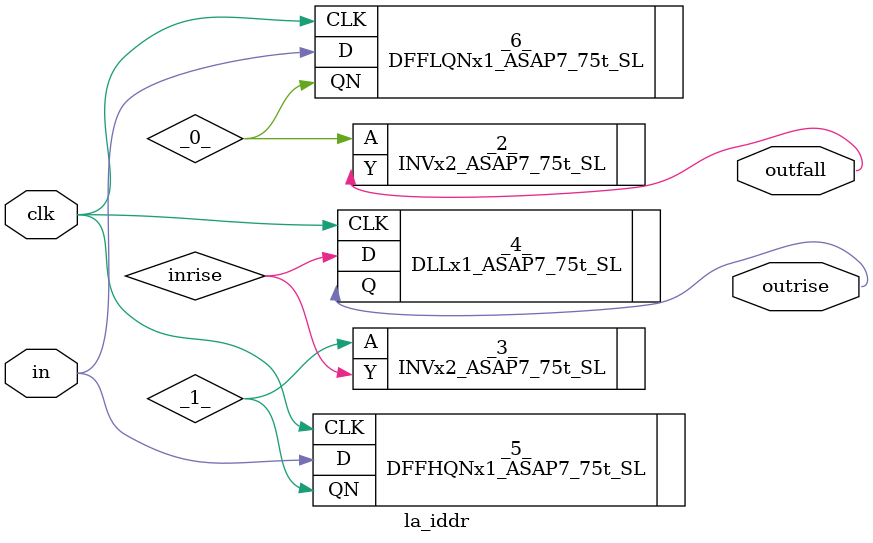
<source format=v>

/* Generated by Yosys 0.44 (git sha1 80ba43d26, g++ 11.4.0-1ubuntu1~22.04 -fPIC -O3) */

(* top =  1  *)
(* src = "generated" *)
(* keep_hierarchy *)
module la_iddr (
    clk,
    in,
    outrise,
    outfall
);
  wire _0_;
  wire _1_;
  (* src = "generated" *)
  input clk;
  wire clk;
  (* src = "generated" *)
  input in;
  wire in;
  (* src = "generated" *)
  wire inrise;
  (* src = "generated" *)
  output outfall;
  wire outfall;
  (* src = "generated" *)
  output outrise;
  wire outrise;
  INVx2_ASAP7_75t_SL _2_ (
      .A(_0_),
      .Y(outfall)
  );
  INVx2_ASAP7_75t_SL _3_ (
      .A(_1_),
      .Y(inrise)
  );
  (* module_not_derived = 32'b00000000000000000000000000000001 *) (* src = "generated" *)
  DLLx1_ASAP7_75t_SL _4_ (
      .CLK(clk),
      .D  (inrise),
      .Q  (outrise)
  );
  (* src = "generated" *)
  DFFHQNx1_ASAP7_75t_SL _5_ (
      .CLK(clk),
      .D  (in),
      .QN (_1_)
  );
  (* src = "generated" *)
  DFFLQNx1_ASAP7_75t_SL _6_ (
      .CLK(clk),
      .D  (in),
      .QN (_0_)
  );
endmodule

</source>
